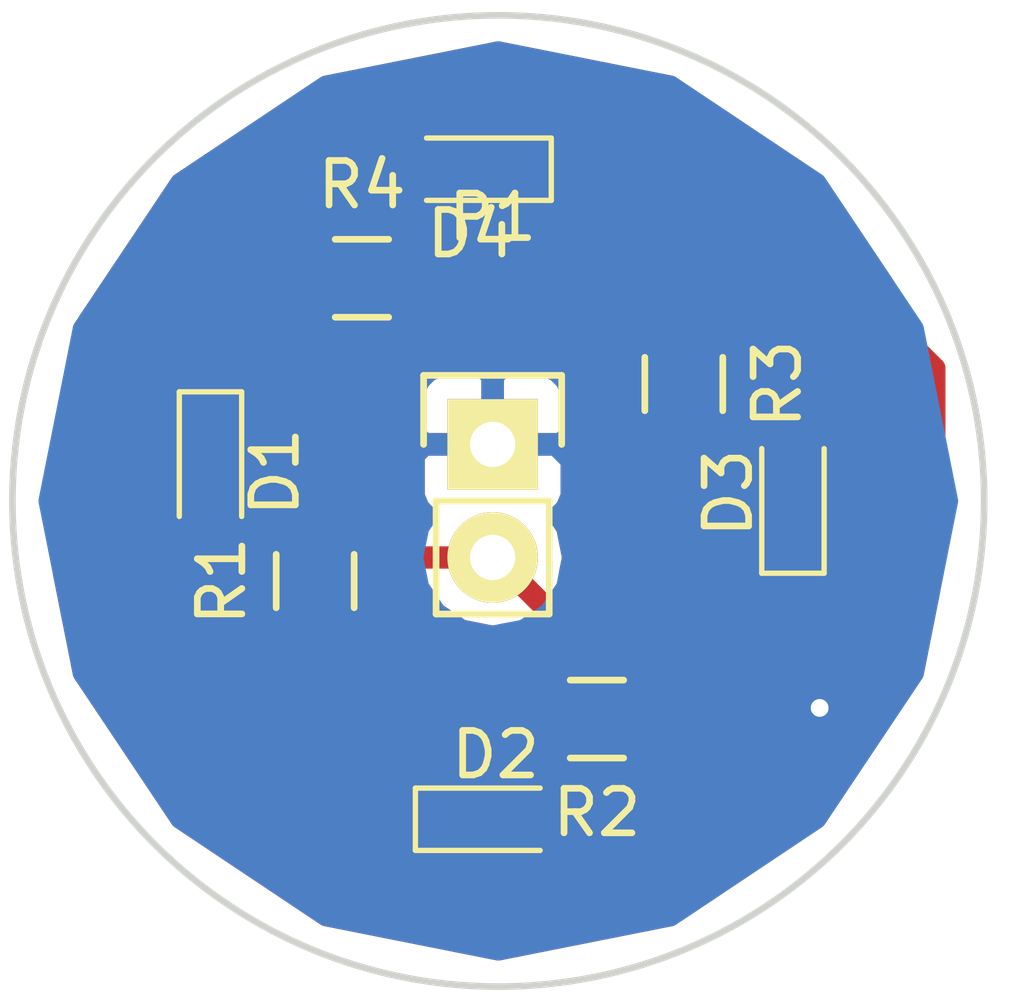
<source format=kicad_pcb>
(kicad_pcb (version 20170123) (host pcbnew no-vcs-found-7545~57~ubuntu16.04.1)

  (general
    (links 12)
    (no_connects 0)
    (area 29.403776 16.068776 51.368224 38.033224)
    (thickness 1.6)
    (drawings 1)
    (tracks 24)
    (zones 0)
    (modules 9)
    (nets 7)
  )

  (page A4)
  (title_block
    (title "Round PCB Example")
    (date 2017-02-02)
    (rev 0.1)
    (company "Amitesh Singh")
  )

  (layers
    (0 F.Cu signal)
    (31 B.Cu signal)
    (32 B.Adhes user)
    (33 F.Adhes user)
    (34 B.Paste user)
    (35 F.Paste user)
    (36 B.SilkS user)
    (37 F.SilkS user)
    (38 B.Mask user)
    (39 F.Mask user)
    (40 Dwgs.User user)
    (41 Cmts.User user)
    (42 Eco1.User user)
    (43 Eco2.User user)
    (44 Edge.Cuts user)
    (45 Margin user)
    (46 B.CrtYd user)
    (47 F.CrtYd user)
    (48 B.Fab user)
    (49 F.Fab user)
  )

  (setup
    (last_trace_width 0.25)
    (trace_clearance 0.2)
    (zone_clearance 0.508)
    (zone_45_only no)
    (trace_min 0.2)
    (segment_width 0.2)
    (edge_width 0.15)
    (via_size 0.8)
    (via_drill 0.4)
    (via_min_size 0.4)
    (via_min_drill 0.3)
    (uvia_size 0.3)
    (uvia_drill 0.1)
    (uvias_allowed no)
    (uvia_min_size 0.2)
    (uvia_min_drill 0.1)
    (pcb_text_width 0.3)
    (pcb_text_size 1.5 1.5)
    (mod_edge_width 0.15)
    (mod_text_size 1 1)
    (mod_text_width 0.15)
    (pad_size 1.524 1.524)
    (pad_drill 0.762)
    (pad_to_mask_clearance 0.2)
    (aux_axis_origin 0 0)
    (visible_elements FFFFF77F)
    (pcbplotparams
      (layerselection 0x00030_ffffffff)
      (usegerberextensions false)
      (excludeedgelayer true)
      (linewidth 0.100000)
      (plotframeref false)
      (viasonmask false)
      (mode 1)
      (useauxorigin false)
      (hpglpennumber 1)
      (hpglpenspeed 20)
      (hpglpendiameter 15)
      (psnegative false)
      (psa4output false)
      (plotreference true)
      (plotvalue true)
      (plotinvisibletext false)
      (padsonsilk false)
      (subtractmaskfromsilk false)
      (outputformat 1)
      (mirror false)
      (drillshape 1)
      (scaleselection 1)
      (outputdirectory ""))
  )

  (net 0 "")
  (net 1 "Net-(D1-Pad2)")
  (net 2 GND)
  (net 3 "Net-(D2-Pad2)")
  (net 4 "Net-(D3-Pad2)")
  (net 5 "Net-(D4-Pad2)")
  (net 6 VCC)

  (net_class Default "This is the default net class."
    (clearance 0.2)
    (trace_width 0.25)
    (via_dia 0.8)
    (via_drill 0.4)
    (uvia_dia 0.3)
    (uvia_drill 0.1)
    (add_net "Net-(D1-Pad2)")
    (add_net "Net-(D2-Pad2)")
    (add_net "Net-(D3-Pad2)")
    (add_net "Net-(D4-Pad2)")
  )

  (net_class power ""
    (clearance 0.3)
    (trace_width 0.5)
    (via_dia 0.8)
    (via_drill 0.4)
    (uvia_dia 0.3)
    (uvia_drill 0.1)
    (add_net GND)
    (add_net VCC)
  )

  (module LEDs:LED_0805 (layer F.Cu) (tedit 57FE93EC) (tstamp 58923117)
    (at 33.925 26.4 270)
    (descr "LED 0805 smd package")
    (tags "LED led 0805 SMD smd SMT smt smdled SMDLED smtled SMTLED")
    (path /58922E2D)
    (attr smd)
    (fp_text reference D1 (at 0 -1.45 270) (layer F.SilkS)
      (effects (font (size 1 1) (thickness 0.15)))
    )
    (fp_text value LED (at 0 1.55 270) (layer F.Fab)
      (effects (font (size 1 1) (thickness 0.15)))
    )
    (fp_line (start -1.8 -0.7) (end -1.8 0.7) (layer F.SilkS) (width 0.12))
    (fp_line (start -0.4 -0.4) (end -0.4 0.4) (layer F.Fab) (width 0.1))
    (fp_line (start -0.4 0) (end 0.2 -0.4) (layer F.Fab) (width 0.1))
    (fp_line (start 0.2 0.4) (end -0.4 0) (layer F.Fab) (width 0.1))
    (fp_line (start 0.2 -0.4) (end 0.2 0.4) (layer F.Fab) (width 0.1))
    (fp_line (start 1 0.6) (end -1 0.6) (layer F.Fab) (width 0.1))
    (fp_line (start 1 -0.6) (end 1 0.6) (layer F.Fab) (width 0.1))
    (fp_line (start -1 -0.6) (end 1 -0.6) (layer F.Fab) (width 0.1))
    (fp_line (start -1 0.6) (end -1 -0.6) (layer F.Fab) (width 0.1))
    (fp_line (start -1.8 0.7) (end 1 0.7) (layer F.SilkS) (width 0.12))
    (fp_line (start -1.8 -0.7) (end 1 -0.7) (layer F.SilkS) (width 0.12))
    (fp_line (start 1.95 -0.85) (end 1.95 0.85) (layer F.CrtYd) (width 0.05))
    (fp_line (start 1.95 0.85) (end -1.95 0.85) (layer F.CrtYd) (width 0.05))
    (fp_line (start -1.95 0.85) (end -1.95 -0.85) (layer F.CrtYd) (width 0.05))
    (fp_line (start -1.95 -0.85) (end 1.95 -0.85) (layer F.CrtYd) (width 0.05))
    (pad 2 smd rect (at 1.1 0 90) (size 1.2 1.2) (layers F.Cu F.Paste F.Mask)
      (net 1 "Net-(D1-Pad2)"))
    (pad 1 smd rect (at -1.1 0 90) (size 1.2 1.2) (layers F.Cu F.Paste F.Mask)
      (net 2 GND))
    (model LEDs.3dshapes/LED_0805.wrl
      (at (xyz 0 0 0))
      (scale (xyz 1 1 1))
      (rotate (xyz 0 0 180))
    )
  )

  (module LEDs:LED_0805 (layer F.Cu) (tedit 57FE93EC) (tstamp 5892311D)
    (at 40.325 34.2)
    (descr "LED 0805 smd package")
    (tags "LED led 0805 SMD smd SMT smt smdled SMDLED smtled SMTLED")
    (path /58922EA5)
    (attr smd)
    (fp_text reference D2 (at 0 -1.45) (layer F.SilkS)
      (effects (font (size 1 1) (thickness 0.15)))
    )
    (fp_text value LED (at 0 1.55) (layer F.Fab)
      (effects (font (size 1 1) (thickness 0.15)))
    )
    (fp_line (start -1.95 -0.85) (end 1.95 -0.85) (layer F.CrtYd) (width 0.05))
    (fp_line (start -1.95 0.85) (end -1.95 -0.85) (layer F.CrtYd) (width 0.05))
    (fp_line (start 1.95 0.85) (end -1.95 0.85) (layer F.CrtYd) (width 0.05))
    (fp_line (start 1.95 -0.85) (end 1.95 0.85) (layer F.CrtYd) (width 0.05))
    (fp_line (start -1.8 -0.7) (end 1 -0.7) (layer F.SilkS) (width 0.12))
    (fp_line (start -1.8 0.7) (end 1 0.7) (layer F.SilkS) (width 0.12))
    (fp_line (start -1 0.6) (end -1 -0.6) (layer F.Fab) (width 0.1))
    (fp_line (start -1 -0.6) (end 1 -0.6) (layer F.Fab) (width 0.1))
    (fp_line (start 1 -0.6) (end 1 0.6) (layer F.Fab) (width 0.1))
    (fp_line (start 1 0.6) (end -1 0.6) (layer F.Fab) (width 0.1))
    (fp_line (start 0.2 -0.4) (end 0.2 0.4) (layer F.Fab) (width 0.1))
    (fp_line (start 0.2 0.4) (end -0.4 0) (layer F.Fab) (width 0.1))
    (fp_line (start -0.4 0) (end 0.2 -0.4) (layer F.Fab) (width 0.1))
    (fp_line (start -0.4 -0.4) (end -0.4 0.4) (layer F.Fab) (width 0.1))
    (fp_line (start -1.8 -0.7) (end -1.8 0.7) (layer F.SilkS) (width 0.12))
    (pad 1 smd rect (at -1.1 0 180) (size 1.2 1.2) (layers F.Cu F.Paste F.Mask)
      (net 2 GND))
    (pad 2 smd rect (at 1.1 0 180) (size 1.2 1.2) (layers F.Cu F.Paste F.Mask)
      (net 3 "Net-(D2-Pad2)"))
    (model LEDs.3dshapes/LED_0805.wrl
      (at (xyz 0 0 0))
      (scale (xyz 1 1 1))
      (rotate (xyz 0 0 180))
    )
  )

  (module LEDs:LED_0805 (layer F.Cu) (tedit 57FE93EC) (tstamp 58923123)
    (at 47 26.875 90)
    (descr "LED 0805 smd package")
    (tags "LED led 0805 SMD smd SMT smt smdled SMDLED smtled SMTLED")
    (path /58922EC7)
    (attr smd)
    (fp_text reference D3 (at 0 -1.45 90) (layer F.SilkS)
      (effects (font (size 1 1) (thickness 0.15)))
    )
    (fp_text value LED (at 0 1.55 90) (layer F.Fab)
      (effects (font (size 1 1) (thickness 0.15)))
    )
    (fp_line (start -1.8 -0.7) (end -1.8 0.7) (layer F.SilkS) (width 0.12))
    (fp_line (start -0.4 -0.4) (end -0.4 0.4) (layer F.Fab) (width 0.1))
    (fp_line (start -0.4 0) (end 0.2 -0.4) (layer F.Fab) (width 0.1))
    (fp_line (start 0.2 0.4) (end -0.4 0) (layer F.Fab) (width 0.1))
    (fp_line (start 0.2 -0.4) (end 0.2 0.4) (layer F.Fab) (width 0.1))
    (fp_line (start 1 0.6) (end -1 0.6) (layer F.Fab) (width 0.1))
    (fp_line (start 1 -0.6) (end 1 0.6) (layer F.Fab) (width 0.1))
    (fp_line (start -1 -0.6) (end 1 -0.6) (layer F.Fab) (width 0.1))
    (fp_line (start -1 0.6) (end -1 -0.6) (layer F.Fab) (width 0.1))
    (fp_line (start -1.8 0.7) (end 1 0.7) (layer F.SilkS) (width 0.12))
    (fp_line (start -1.8 -0.7) (end 1 -0.7) (layer F.SilkS) (width 0.12))
    (fp_line (start 1.95 -0.85) (end 1.95 0.85) (layer F.CrtYd) (width 0.05))
    (fp_line (start 1.95 0.85) (end -1.95 0.85) (layer F.CrtYd) (width 0.05))
    (fp_line (start -1.95 0.85) (end -1.95 -0.85) (layer F.CrtYd) (width 0.05))
    (fp_line (start -1.95 -0.85) (end 1.95 -0.85) (layer F.CrtYd) (width 0.05))
    (pad 2 smd rect (at 1.1 0 270) (size 1.2 1.2) (layers F.Cu F.Paste F.Mask)
      (net 4 "Net-(D3-Pad2)"))
    (pad 1 smd rect (at -1.1 0 270) (size 1.2 1.2) (layers F.Cu F.Paste F.Mask)
      (net 2 GND))
    (model LEDs.3dshapes/LED_0805.wrl
      (at (xyz 0 0 0))
      (scale (xyz 1 1 1))
      (rotate (xyz 0 0 180))
    )
  )

  (module LEDs:LED_0805 (layer F.Cu) (tedit 57FE93EC) (tstamp 58923129)
    (at 39.775 19.6 180)
    (descr "LED 0805 smd package")
    (tags "LED led 0805 SMD smd SMT smt smdled SMDLED smtled SMTLED")
    (path /58922EEA)
    (attr smd)
    (fp_text reference D4 (at 0 -1.45 180) (layer F.SilkS)
      (effects (font (size 1 1) (thickness 0.15)))
    )
    (fp_text value LED (at 0 1.55 180) (layer F.Fab)
      (effects (font (size 1 1) (thickness 0.15)))
    )
    (fp_line (start -1.95 -0.85) (end 1.95 -0.85) (layer F.CrtYd) (width 0.05))
    (fp_line (start -1.95 0.85) (end -1.95 -0.85) (layer F.CrtYd) (width 0.05))
    (fp_line (start 1.95 0.85) (end -1.95 0.85) (layer F.CrtYd) (width 0.05))
    (fp_line (start 1.95 -0.85) (end 1.95 0.85) (layer F.CrtYd) (width 0.05))
    (fp_line (start -1.8 -0.7) (end 1 -0.7) (layer F.SilkS) (width 0.12))
    (fp_line (start -1.8 0.7) (end 1 0.7) (layer F.SilkS) (width 0.12))
    (fp_line (start -1 0.6) (end -1 -0.6) (layer F.Fab) (width 0.1))
    (fp_line (start -1 -0.6) (end 1 -0.6) (layer F.Fab) (width 0.1))
    (fp_line (start 1 -0.6) (end 1 0.6) (layer F.Fab) (width 0.1))
    (fp_line (start 1 0.6) (end -1 0.6) (layer F.Fab) (width 0.1))
    (fp_line (start 0.2 -0.4) (end 0.2 0.4) (layer F.Fab) (width 0.1))
    (fp_line (start 0.2 0.4) (end -0.4 0) (layer F.Fab) (width 0.1))
    (fp_line (start -0.4 0) (end 0.2 -0.4) (layer F.Fab) (width 0.1))
    (fp_line (start -0.4 -0.4) (end -0.4 0.4) (layer F.Fab) (width 0.1))
    (fp_line (start -1.8 -0.7) (end -1.8 0.7) (layer F.SilkS) (width 0.12))
    (pad 1 smd rect (at -1.1 0) (size 1.2 1.2) (layers F.Cu F.Paste F.Mask)
      (net 2 GND))
    (pad 2 smd rect (at 1.1 0) (size 1.2 1.2) (layers F.Cu F.Paste F.Mask)
      (net 5 "Net-(D4-Pad2)"))
    (model LEDs.3dshapes/LED_0805.wrl
      (at (xyz 0 0 0))
      (scale (xyz 1 1 1))
      (rotate (xyz 0 0 180))
    )
  )

  (module Pin_Headers:Pin_Header_Straight_1x02 (layer F.Cu) (tedit 5800E964) (tstamp 5892312F)
    (at 40.259 25.781)
    (descr "Through hole pin header")
    (tags "pin header")
    (path /58923D4E)
    (fp_text reference P1 (at 0 -5.1) (layer F.SilkS)
      (effects (font (size 1 1) (thickness 0.15)))
    )
    (fp_text value CONN_01X02 (at 0 -3.1) (layer F.Fab)
      (effects (font (size 1 1) (thickness 0.15)))
    )
    (fp_line (start -1.27 3.81) (end 1.27 3.81) (layer F.SilkS) (width 0.15))
    (fp_line (start -1.27 1.27) (end -1.27 3.81) (layer F.SilkS) (width 0.15))
    (fp_line (start -1.55 -1.55) (end 1.55 -1.55) (layer F.SilkS) (width 0.15))
    (fp_line (start -1.55 0) (end -1.55 -1.55) (layer F.SilkS) (width 0.15))
    (fp_line (start 1.27 1.27) (end -1.27 1.27) (layer F.SilkS) (width 0.15))
    (fp_line (start -1.75 4.3) (end 1.75 4.3) (layer F.CrtYd) (width 0.05))
    (fp_line (start -1.75 -1.75) (end 1.75 -1.75) (layer F.CrtYd) (width 0.05))
    (fp_line (start 1.75 -1.75) (end 1.75 4.3) (layer F.CrtYd) (width 0.05))
    (fp_line (start -1.75 -1.75) (end -1.75 4.3) (layer F.CrtYd) (width 0.05))
    (fp_line (start 1.55 -1.55) (end 1.55 0) (layer F.SilkS) (width 0.15))
    (fp_line (start 1.27 1.27) (end 1.27 3.81) (layer F.SilkS) (width 0.15))
    (pad 1 thru_hole rect (at 0 0) (size 2.032 2.032) (drill 1.016) (layers *.Cu *.Mask F.SilkS)
      (net 2 GND))
    (pad 2 thru_hole oval (at 0 2.54) (size 2.032 2.032) (drill 1.016) (layers *.Cu *.Mask F.SilkS)
      (net 6 VCC))
    (model Pin_Headers.3dshapes/Pin_Header_Straight_1x02.wrl
      (at (xyz 0 -0.05 0))
      (scale (xyz 1 1 1))
      (rotate (xyz 0 0 90))
    )
  )

  (module Resistors_SMD:R_0805_HandSoldering (layer F.Cu) (tedit 58307B90) (tstamp 58923135)
    (at 36.275 28.85 90)
    (descr "Resistor SMD 0805, hand soldering")
    (tags "resistor 0805")
    (path /58922F5C)
    (attr smd)
    (fp_text reference R1 (at 0 -2.1 90) (layer F.SilkS)
      (effects (font (size 1 1) (thickness 0.15)))
    )
    (fp_text value R (at 0 2.1 90) (layer F.Fab)
      (effects (font (size 1 1) (thickness 0.15)))
    )
    (fp_line (start -1 0.625) (end -1 -0.625) (layer F.Fab) (width 0.1))
    (fp_line (start 1 0.625) (end -1 0.625) (layer F.Fab) (width 0.1))
    (fp_line (start 1 -0.625) (end 1 0.625) (layer F.Fab) (width 0.1))
    (fp_line (start -1 -0.625) (end 1 -0.625) (layer F.Fab) (width 0.1))
    (fp_line (start -2.4 -1) (end 2.4 -1) (layer F.CrtYd) (width 0.05))
    (fp_line (start -2.4 1) (end 2.4 1) (layer F.CrtYd) (width 0.05))
    (fp_line (start -2.4 -1) (end -2.4 1) (layer F.CrtYd) (width 0.05))
    (fp_line (start 2.4 -1) (end 2.4 1) (layer F.CrtYd) (width 0.05))
    (fp_line (start 0.6 0.875) (end -0.6 0.875) (layer F.SilkS) (width 0.15))
    (fp_line (start -0.6 -0.875) (end 0.6 -0.875) (layer F.SilkS) (width 0.15))
    (pad 1 smd rect (at -1.35 0 90) (size 1.5 1.3) (layers F.Cu F.Paste F.Mask)
      (net 6 VCC))
    (pad 2 smd rect (at 1.35 0 90) (size 1.5 1.3) (layers F.Cu F.Paste F.Mask)
      (net 1 "Net-(D1-Pad2)"))
    (model Resistors_SMD.3dshapes/R_0805_HandSoldering.wrl
      (at (xyz 0 0 0))
      (scale (xyz 1 1 1))
      (rotate (xyz 0 0 0))
    )
  )

  (module Resistors_SMD:R_0805_HandSoldering (layer F.Cu) (tedit 58307B90) (tstamp 5892313B)
    (at 42.6 31.95 180)
    (descr "Resistor SMD 0805, hand soldering")
    (tags "resistor 0805")
    (path /58922FD1)
    (attr smd)
    (fp_text reference R2 (at 0 -2.1 180) (layer F.SilkS)
      (effects (font (size 1 1) (thickness 0.15)))
    )
    (fp_text value R (at 0 2.1 180) (layer F.Fab)
      (effects (font (size 1 1) (thickness 0.15)))
    )
    (fp_line (start -0.6 -0.875) (end 0.6 -0.875) (layer F.SilkS) (width 0.15))
    (fp_line (start 0.6 0.875) (end -0.6 0.875) (layer F.SilkS) (width 0.15))
    (fp_line (start 2.4 -1) (end 2.4 1) (layer F.CrtYd) (width 0.05))
    (fp_line (start -2.4 -1) (end -2.4 1) (layer F.CrtYd) (width 0.05))
    (fp_line (start -2.4 1) (end 2.4 1) (layer F.CrtYd) (width 0.05))
    (fp_line (start -2.4 -1) (end 2.4 -1) (layer F.CrtYd) (width 0.05))
    (fp_line (start -1 -0.625) (end 1 -0.625) (layer F.Fab) (width 0.1))
    (fp_line (start 1 -0.625) (end 1 0.625) (layer F.Fab) (width 0.1))
    (fp_line (start 1 0.625) (end -1 0.625) (layer F.Fab) (width 0.1))
    (fp_line (start -1 0.625) (end -1 -0.625) (layer F.Fab) (width 0.1))
    (pad 2 smd rect (at 1.35 0 180) (size 1.5 1.3) (layers F.Cu F.Paste F.Mask)
      (net 3 "Net-(D2-Pad2)"))
    (pad 1 smd rect (at -1.35 0 180) (size 1.5 1.3) (layers F.Cu F.Paste F.Mask)
      (net 6 VCC))
    (model Resistors_SMD.3dshapes/R_0805_HandSoldering.wrl
      (at (xyz 0 0 0))
      (scale (xyz 1 1 1))
      (rotate (xyz 0 0 0))
    )
  )

  (module Resistors_SMD:R_0805_HandSoldering (layer F.Cu) (tedit 58307B90) (tstamp 58923141)
    (at 44.55 24.425 270)
    (descr "Resistor SMD 0805, hand soldering")
    (tags "resistor 0805")
    (path /58922FFB)
    (attr smd)
    (fp_text reference R3 (at 0 -2.1 270) (layer F.SilkS)
      (effects (font (size 1 1) (thickness 0.15)))
    )
    (fp_text value R (at 0 2.1 270) (layer F.Fab)
      (effects (font (size 1 1) (thickness 0.15)))
    )
    (fp_line (start -1 0.625) (end -1 -0.625) (layer F.Fab) (width 0.1))
    (fp_line (start 1 0.625) (end -1 0.625) (layer F.Fab) (width 0.1))
    (fp_line (start 1 -0.625) (end 1 0.625) (layer F.Fab) (width 0.1))
    (fp_line (start -1 -0.625) (end 1 -0.625) (layer F.Fab) (width 0.1))
    (fp_line (start -2.4 -1) (end 2.4 -1) (layer F.CrtYd) (width 0.05))
    (fp_line (start -2.4 1) (end 2.4 1) (layer F.CrtYd) (width 0.05))
    (fp_line (start -2.4 -1) (end -2.4 1) (layer F.CrtYd) (width 0.05))
    (fp_line (start 2.4 -1) (end 2.4 1) (layer F.CrtYd) (width 0.05))
    (fp_line (start 0.6 0.875) (end -0.6 0.875) (layer F.SilkS) (width 0.15))
    (fp_line (start -0.6 -0.875) (end 0.6 -0.875) (layer F.SilkS) (width 0.15))
    (pad 1 smd rect (at -1.35 0 270) (size 1.5 1.3) (layers F.Cu F.Paste F.Mask)
      (net 6 VCC))
    (pad 2 smd rect (at 1.35 0 270) (size 1.5 1.3) (layers F.Cu F.Paste F.Mask)
      (net 4 "Net-(D3-Pad2)"))
    (model Resistors_SMD.3dshapes/R_0805_HandSoldering.wrl
      (at (xyz 0 0 0))
      (scale (xyz 1 1 1))
      (rotate (xyz 0 0 0))
    )
  )

  (module Resistors_SMD:R_0805_HandSoldering (layer F.Cu) (tedit 58307B90) (tstamp 58923147)
    (at 37.325 22.05)
    (descr "Resistor SMD 0805, hand soldering")
    (tags "resistor 0805")
    (path /5892302E)
    (attr smd)
    (fp_text reference R4 (at 0 -2.1) (layer F.SilkS)
      (effects (font (size 1 1) (thickness 0.15)))
    )
    (fp_text value R (at 0 2.1) (layer F.Fab)
      (effects (font (size 1 1) (thickness 0.15)))
    )
    (fp_line (start -0.6 -0.875) (end 0.6 -0.875) (layer F.SilkS) (width 0.15))
    (fp_line (start 0.6 0.875) (end -0.6 0.875) (layer F.SilkS) (width 0.15))
    (fp_line (start 2.4 -1) (end 2.4 1) (layer F.CrtYd) (width 0.05))
    (fp_line (start -2.4 -1) (end -2.4 1) (layer F.CrtYd) (width 0.05))
    (fp_line (start -2.4 1) (end 2.4 1) (layer F.CrtYd) (width 0.05))
    (fp_line (start -2.4 -1) (end 2.4 -1) (layer F.CrtYd) (width 0.05))
    (fp_line (start -1 -0.625) (end 1 -0.625) (layer F.Fab) (width 0.1))
    (fp_line (start 1 -0.625) (end 1 0.625) (layer F.Fab) (width 0.1))
    (fp_line (start 1 0.625) (end -1 0.625) (layer F.Fab) (width 0.1))
    (fp_line (start -1 0.625) (end -1 -0.625) (layer F.Fab) (width 0.1))
    (pad 2 smd rect (at 1.35 0) (size 1.5 1.3) (layers F.Cu F.Paste F.Mask)
      (net 5 "Net-(D4-Pad2)"))
    (pad 1 smd rect (at -1.35 0) (size 1.5 1.3) (layers F.Cu F.Paste F.Mask)
      (net 6 VCC))
    (model Resistors_SMD.3dshapes/R_0805_HandSoldering.wrl
      (at (xyz 0 0 0))
      (scale (xyz 1 1 1))
      (rotate (xyz 0 0 0))
    )
  )

  (gr_circle (center 40.386 27.051) (end 35.306 17.399) (layer Edge.Cuts) (width 0.15))

  (segment (start 33.925 27.5) (end 36.275 27.5) (width 0.25) (layer F.Cu) (net 1))
  (segment (start 40.259 25.781) (end 41.681 25.781) (width 0.5) (layer B.Cu) (net 2))
  (segment (start 47.6 31.7) (end 49.05 31.7) (width 0.5) (layer F.Cu) (net 2) (tstamp 5892ABA2))
  (via (at 47.6 31.7) (size 0.8) (drill 0.4) (layers F.Cu B.Cu) (net 2))
  (segment (start 41.681 25.781) (end 47.6 31.7) (width 0.5) (layer B.Cu) (net 2) (tstamp 5892AB8F))
  (segment (start 41.25 31.95) (end 41.25 34.025) (width 0.25) (layer F.Cu) (net 3))
  (segment (start 41.25 34.025) (end 41.425 34.2) (width 0.25) (layer F.Cu) (net 3) (tstamp 589237ED))
  (segment (start 44.55 25.775) (end 47 25.775) (width 0.25) (layer F.Cu) (net 4))
  (segment (start 38.675 22.05) (end 38.675 19.6) (width 0.25) (layer F.Cu) (net 5))
  (segment (start 35.975 22.05) (end 33.25 22.05) (width 0.5) (layer F.Cu) (net 6))
  (segment (start 33.175 30.2) (end 36.275 30.2) (width 0.5) (layer F.Cu) (net 6) (tstamp 589237DA))
  (segment (start 31.325 28.35) (end 33.175 30.2) (width 0.5) (layer F.Cu) (net 6) (tstamp 589237D8))
  (segment (start 31.325 23.975) (end 31.325 28.35) (width 0.5) (layer F.Cu) (net 6) (tstamp 589237D6))
  (segment (start 33.25 22.05) (end 31.325 23.975) (width 0.5) (layer F.Cu) (net 6) (tstamp 589237D2))
  (segment (start 44.55 23.075) (end 49.175 23.075) (width 0.5) (layer F.Cu) (net 6))
  (segment (start 47.85 30.125) (end 42.125 30.125) (width 0.5) (layer F.Cu) (net 6) (tstamp 589237A6))
  (segment (start 50.175 27.8) (end 47.85 30.125) (width 0.5) (layer F.Cu) (net 6) (tstamp 5892379E))
  (segment (start 50.175 24.075) (end 50.175 27.8) (width 0.5) (layer F.Cu) (net 6) (tstamp 5892379A))
  (segment (start 49.175 23.075) (end 50.175 24.075) (width 0.5) (layer F.Cu) (net 6) (tstamp 58923797))
  (segment (start 40.259 28.321) (end 38.154 28.321) (width 0.5) (layer F.Cu) (net 6))
  (segment (start 38.154 28.321) (end 36.275 30.2) (width 0.5) (layer F.Cu) (net 6) (tstamp 5892373C))
  (segment (start 40.259 28.321) (end 40.321 28.321) (width 0.5) (layer F.Cu) (net 6))
  (segment (start 40.321 28.321) (end 42.125 30.125) (width 0.5) (layer F.Cu) (net 6) (tstamp 5892372E))
  (segment (start 42.125 30.125) (end 43.95 31.95) (width 0.5) (layer F.Cu) (net 6) (tstamp 589237AB))

  (zone (net 2) (net_name GND) (layer F.Cu) (tstamp 58923805) (hatch edge 0.508)
    (connect_pads (clearance 0.508))
    (min_thickness 0.254)
    (fill yes (arc_segments 16) (thermal_gap 0.508) (thermal_bridge_width 0.508))
    (polygon
      (pts
        (xy 29.2 15.8) (xy 52.2 15.8) (xy 52.2 38.3) (xy 29.3 37.8)
      )
    )
    (filled_polygon
      (pts
        (xy 30.583462 28.80256) (xy 30.69921 28.97579) (xy 32.549208 30.825787) (xy 32.54921 30.82579) (xy 32.824901 31.01)
        (xy 32.836325 31.017633) (xy 33.175 31.085001) (xy 33.175005 31.085) (xy 35.004413 31.085) (xy 35.026843 31.197765)
        (xy 35.167191 31.407809) (xy 35.377235 31.548157) (xy 35.625 31.59744) (xy 36.925 31.59744) (xy 37.172765 31.548157)
        (xy 37.382809 31.407809) (xy 37.523157 31.197765) (xy 37.57244 30.95) (xy 37.57244 30.15414) (xy 38.520579 29.206)
        (xy 38.870506 29.206) (xy 39.059222 29.488433) (xy 39.594845 29.846325) (xy 40.226655 29.972) (xy 40.291345 29.972)
        (xy 40.649232 29.900812) (xy 41.400981 30.65256) (xy 40.5 30.65256) (xy 40.252235 30.701843) (xy 40.042191 30.842191)
        (xy 39.901843 31.052235) (xy 39.85256 31.3) (xy 39.85256 32.6) (xy 39.901843 32.847765) (xy 39.991225 32.981534)
        (xy 39.951309 32.965) (xy 39.51075 32.965) (xy 39.352 33.12375) (xy 39.352 34.073) (xy 39.372 34.073)
        (xy 39.372 34.327) (xy 39.352 34.327) (xy 39.352 35.27625) (xy 39.51075 35.435) (xy 39.951309 35.435)
        (xy 40.184698 35.338327) (xy 40.326346 35.19668) (xy 40.367191 35.257809) (xy 40.577235 35.398157) (xy 40.825 35.44744)
        (xy 42.025 35.44744) (xy 42.272765 35.398157) (xy 42.482809 35.257809) (xy 42.623157 35.047765) (xy 42.67244 34.8)
        (xy 42.67244 33.6) (xy 42.623157 33.352235) (xy 42.482809 33.142191) (xy 42.407166 33.091648) (xy 42.457809 33.057809)
        (xy 42.598157 32.847765) (xy 42.6 32.8385) (xy 42.601843 32.847765) (xy 42.742191 33.057809) (xy 42.952235 33.198157)
        (xy 43.2 33.24744) (xy 44.7 33.24744) (xy 44.947765 33.198157) (xy 45.157809 33.057809) (xy 45.298157 32.847765)
        (xy 45.34744 32.6) (xy 45.34744 31.3) (xy 45.298157 31.052235) (xy 45.269936 31.01) (xy 47.849995 31.01)
        (xy 47.85 31.010001) (xy 48.135008 30.953308) (xy 48.188675 30.942633) (xy 48.47579 30.75079) (xy 50.187837 29.038743)
        (xy 49.807006 30.953308) (xy 47.596526 34.261526) (xy 44.288308 36.472006) (xy 40.386 37.248223) (xy 36.483692 36.472006)
        (xy 33.51105 34.48575) (xy 37.99 34.48575) (xy 37.99 34.92631) (xy 38.086673 35.159699) (xy 38.265302 35.338327)
        (xy 38.498691 35.435) (xy 38.93925 35.435) (xy 39.098 35.27625) (xy 39.098 34.327) (xy 38.14875 34.327)
        (xy 37.99 34.48575) (xy 33.51105 34.48575) (xy 33.175474 34.261526) (xy 32.649059 33.47369) (xy 37.99 33.47369)
        (xy 37.99 33.91425) (xy 38.14875 34.073) (xy 39.098 34.073) (xy 39.098 33.12375) (xy 38.93925 32.965)
        (xy 38.498691 32.965) (xy 38.265302 33.061673) (xy 38.086673 33.240301) (xy 37.99 33.47369) (xy 32.649059 33.47369)
        (xy 30.964994 30.953308) (xy 30.517567 28.703941)
      )
    )
    (filled_polygon
      (pts
        (xy 44.288308 17.629994) (xy 47.596526 19.840474) (xy 49.166429 22.19) (xy 45.820587 22.19) (xy 45.798157 22.077235)
        (xy 45.657809 21.867191) (xy 45.447765 21.726843) (xy 45.2 21.67756) (xy 43.9 21.67756) (xy 43.652235 21.726843)
        (xy 43.442191 21.867191) (xy 43.301843 22.077235) (xy 43.25256 22.325) (xy 43.25256 23.825) (xy 43.301843 24.072765)
        (xy 43.442191 24.282809) (xy 43.652235 24.423157) (xy 43.6615 24.425) (xy 43.652235 24.426843) (xy 43.442191 24.567191)
        (xy 43.301843 24.777235) (xy 43.25256 25.025) (xy 43.25256 26.525) (xy 43.301843 26.772765) (xy 43.442191 26.982809)
        (xy 43.652235 27.123157) (xy 43.9 27.17244) (xy 45.2 27.17244) (xy 45.447765 27.123157) (xy 45.657809 26.982809)
        (xy 45.798157 26.772765) (xy 45.821995 26.652924) (xy 45.942191 26.832809) (xy 46.00332 26.873654) (xy 45.861673 27.015302)
        (xy 45.765 27.248691) (xy 45.765 27.68925) (xy 45.92375 27.848) (xy 46.873 27.848) (xy 46.873 27.828)
        (xy 47.127 27.828) (xy 47.127 27.848) (xy 48.07625 27.848) (xy 48.235 27.68925) (xy 48.235 27.248691)
        (xy 48.138327 27.015302) (xy 47.99668 26.873654) (xy 48.057809 26.832809) (xy 48.198157 26.622765) (xy 48.24744 26.375)
        (xy 48.24744 25.175) (xy 48.198157 24.927235) (xy 48.057809 24.717191) (xy 47.847765 24.576843) (xy 47.6 24.52756)
        (xy 46.4 24.52756) (xy 46.152235 24.576843) (xy 45.942191 24.717191) (xy 45.821995 24.897076) (xy 45.798157 24.777235)
        (xy 45.657809 24.567191) (xy 45.447765 24.426843) (xy 45.4385 24.425) (xy 45.447765 24.423157) (xy 45.657809 24.282809)
        (xy 45.798157 24.072765) (xy 45.820587 23.96) (xy 48.80842 23.96) (xy 49.29 24.441579) (xy 49.29 27.433421)
        (xy 48.235 28.48842) (xy 48.235 28.26075) (xy 48.07625 28.102) (xy 47.127 28.102) (xy 47.127 29.05125)
        (xy 47.28575 29.21) (xy 47.51342 29.21) (xy 47.48342 29.24) (xy 42.491579 29.24) (xy 41.880997 28.629417)
        (xy 41.942345 28.321) (xy 41.930361 28.26075) (xy 45.765 28.26075) (xy 45.765 28.701309) (xy 45.861673 28.934698)
        (xy 46.040301 29.113327) (xy 46.27369 29.21) (xy 46.71425 29.21) (xy 46.873 29.05125) (xy 46.873 28.102)
        (xy 45.92375 28.102) (xy 45.765 28.26075) (xy 41.930361 28.26075) (xy 41.81667 27.68919) (xy 41.592034 27.352999)
        (xy 41.634698 27.335327) (xy 41.813327 27.156699) (xy 41.91 26.92331) (xy 41.91 26.06675) (xy 41.75125 25.908)
        (xy 40.386 25.908) (xy 40.386 25.928) (xy 40.132 25.928) (xy 40.132 25.908) (xy 38.76675 25.908)
        (xy 38.608 26.06675) (xy 38.608 26.92331) (xy 38.704673 27.156699) (xy 38.883302 27.335327) (xy 38.925966 27.352999)
        (xy 38.870506 27.436) (xy 38.154005 27.436) (xy 38.154 27.435999) (xy 37.832252 27.5) (xy 37.815325 27.503367)
        (xy 37.57244 27.665657) (xy 37.57244 26.75) (xy 37.523157 26.502235) (xy 37.382809 26.292191) (xy 37.172765 26.151843)
        (xy 36.925 26.10256) (xy 35.625 26.10256) (xy 35.377235 26.151843) (xy 35.167191 26.292191) (xy 35.026843 26.502235)
        (xy 35.025945 26.506748) (xy 34.982809 26.442191) (xy 34.92168 26.401346) (xy 35.063327 26.259698) (xy 35.16 26.026309)
        (xy 35.16 25.58575) (xy 35.00125 25.427) (xy 34.052 25.427) (xy 34.052 25.447) (xy 33.798 25.447)
        (xy 33.798 25.427) (xy 32.84875 25.427) (xy 32.69 25.58575) (xy 32.69 26.026309) (xy 32.786673 26.259698)
        (xy 32.92832 26.401346) (xy 32.867191 26.442191) (xy 32.726843 26.652235) (xy 32.67756 26.9) (xy 32.67756 28.1)
        (xy 32.726843 28.347765) (xy 32.867191 28.557809) (xy 33.077235 28.698157) (xy 33.325 28.74744) (xy 34.525 28.74744)
        (xy 34.772765 28.698157) (xy 34.982809 28.557809) (xy 35.025945 28.493252) (xy 35.026843 28.497765) (xy 35.167191 28.707809)
        (xy 35.377235 28.848157) (xy 35.3865 28.85) (xy 35.377235 28.851843) (xy 35.167191 28.992191) (xy 35.026843 29.202235)
        (xy 35.004413 29.315) (xy 33.541579 29.315) (xy 32.21 27.98342) (xy 32.21 24.573691) (xy 32.69 24.573691)
        (xy 32.69 25.01425) (xy 32.84875 25.173) (xy 33.798 25.173) (xy 33.798 24.22375) (xy 34.052 24.22375)
        (xy 34.052 25.173) (xy 35.00125 25.173) (xy 35.16 25.01425) (xy 35.16 24.63869) (xy 38.608 24.63869)
        (xy 38.608 25.49525) (xy 38.76675 25.654) (xy 40.132 25.654) (xy 40.132 24.28875) (xy 40.386 24.28875)
        (xy 40.386 25.654) (xy 41.75125 25.654) (xy 41.91 25.49525) (xy 41.91 24.63869) (xy 41.813327 24.405301)
        (xy 41.634698 24.226673) (xy 41.401309 24.13) (xy 40.54475 24.13) (xy 40.386 24.28875) (xy 40.132 24.28875)
        (xy 39.97325 24.13) (xy 39.116691 24.13) (xy 38.883302 24.226673) (xy 38.704673 24.405301) (xy 38.608 24.63869)
        (xy 35.16 24.63869) (xy 35.16 24.573691) (xy 35.063327 24.340302) (xy 34.884699 24.161673) (xy 34.65131 24.065)
        (xy 34.21075 24.065) (xy 34.052 24.22375) (xy 33.798 24.22375) (xy 33.63925 24.065) (xy 33.19869 24.065)
        (xy 32.965301 24.161673) (xy 32.786673 24.340302) (xy 32.69 24.573691) (xy 32.21 24.573691) (xy 32.21 24.34158)
        (xy 33.616579 22.935) (xy 34.624304 22.935) (xy 34.626843 22.947765) (xy 34.767191 23.157809) (xy 34.977235 23.298157)
        (xy 35.225 23.34744) (xy 36.725 23.34744) (xy 36.972765 23.298157) (xy 37.182809 23.157809) (xy 37.323157 22.947765)
        (xy 37.325 22.9385) (xy 37.326843 22.947765) (xy 37.467191 23.157809) (xy 37.677235 23.298157) (xy 37.925 23.34744)
        (xy 39.425 23.34744) (xy 39.672765 23.298157) (xy 39.882809 23.157809) (xy 40.023157 22.947765) (xy 40.07244 22.7)
        (xy 40.07244 21.4) (xy 40.023157 21.152235) (xy 39.882809 20.942191) (xy 39.672765 20.801843) (xy 39.552924 20.778005)
        (xy 39.732809 20.657809) (xy 39.773654 20.59668) (xy 39.915302 20.738327) (xy 40.148691 20.835) (xy 40.58925 20.835)
        (xy 40.748 20.67625) (xy 40.748 19.727) (xy 41.002 19.727) (xy 41.002 20.67625) (xy 41.16075 20.835)
        (xy 41.601309 20.835) (xy 41.834698 20.738327) (xy 42.013327 20.559699) (xy 42.11 20.32631) (xy 42.11 19.88575)
        (xy 41.95125 19.727) (xy 41.002 19.727) (xy 40.748 19.727) (xy 40.728 19.727) (xy 40.728 19.473)
        (xy 40.748 19.473) (xy 40.748 18.52375) (xy 41.002 18.52375) (xy 41.002 19.473) (xy 41.95125 19.473)
        (xy 42.11 19.31425) (xy 42.11 18.87369) (xy 42.013327 18.640301) (xy 41.834698 18.461673) (xy 41.601309 18.365)
        (xy 41.16075 18.365) (xy 41.002 18.52375) (xy 40.748 18.52375) (xy 40.58925 18.365) (xy 40.148691 18.365)
        (xy 39.915302 18.461673) (xy 39.773654 18.60332) (xy 39.732809 18.542191) (xy 39.522765 18.401843) (xy 39.275 18.35256)
        (xy 38.075 18.35256) (xy 37.827235 18.401843) (xy 37.617191 18.542191) (xy 37.476843 18.752235) (xy 37.42756 19)
        (xy 37.42756 20.2) (xy 37.476843 20.447765) (xy 37.617191 20.657809) (xy 37.797076 20.778005) (xy 37.677235 20.801843)
        (xy 37.467191 20.942191) (xy 37.326843 21.152235) (xy 37.325 21.1615) (xy 37.323157 21.152235) (xy 37.182809 20.942191)
        (xy 36.972765 20.801843) (xy 36.725 20.75256) (xy 35.225 20.75256) (xy 34.977235 20.801843) (xy 34.767191 20.942191)
        (xy 34.626843 21.152235) (xy 34.624304 21.165) (xy 33.250005 21.165) (xy 33.25 21.164999) (xy 32.911325 21.232367)
        (xy 32.62421 21.42421) (xy 32.624208 21.424213) (xy 31.096418 22.952003) (xy 33.175474 19.840474) (xy 36.483692 17.629994)
        (xy 40.386 16.853777)
      )
    )
  )
  (zone (net 2) (net_name GND) (layer B.Cu) (tstamp 5892AB42) (hatch edge 0.508)
    (connect_pads (clearance 0.508))
    (min_thickness 0.254)
    (fill yes (arc_segments 16) (thermal_gap 0.508) (thermal_bridge_width 0.508))
    (polygon
      (pts
        (xy 52.2 38.3) (xy 29.3 37.8) (xy 29.2 15.8) (xy 52.2 15.8)
      )
    )
    (filled_polygon
      (pts
        (xy 44.288308 17.629994) (xy 47.596526 19.840474) (xy 49.807006 23.148692) (xy 50.583223 27.051) (xy 49.807006 30.953308)
        (xy 47.596526 34.261526) (xy 44.288308 36.472006) (xy 40.386 37.248223) (xy 36.483692 36.472006) (xy 33.175474 34.261526)
        (xy 30.964994 30.953308) (xy 30.441396 28.321) (xy 38.575655 28.321) (xy 38.70133 28.95281) (xy 39.059222 29.488433)
        (xy 39.594845 29.846325) (xy 40.226655 29.972) (xy 40.291345 29.972) (xy 40.923155 29.846325) (xy 41.458778 29.488433)
        (xy 41.81667 28.95281) (xy 41.942345 28.321) (xy 41.81667 27.68919) (xy 41.592034 27.352999) (xy 41.634698 27.335327)
        (xy 41.813327 27.156699) (xy 41.91 26.92331) (xy 41.91 26.06675) (xy 41.75125 25.908) (xy 40.386 25.908)
        (xy 40.386 25.928) (xy 40.132 25.928) (xy 40.132 25.908) (xy 38.76675 25.908) (xy 38.608 26.06675)
        (xy 38.608 26.92331) (xy 38.704673 27.156699) (xy 38.883302 27.335327) (xy 38.925966 27.352999) (xy 38.70133 27.68919)
        (xy 38.575655 28.321) (xy 30.441396 28.321) (xy 30.188777 27.051) (xy 30.668615 24.63869) (xy 38.608 24.63869)
        (xy 38.608 25.49525) (xy 38.76675 25.654) (xy 40.132 25.654) (xy 40.132 24.28875) (xy 40.386 24.28875)
        (xy 40.386 25.654) (xy 41.75125 25.654) (xy 41.91 25.49525) (xy 41.91 24.63869) (xy 41.813327 24.405301)
        (xy 41.634698 24.226673) (xy 41.401309 24.13) (xy 40.54475 24.13) (xy 40.386 24.28875) (xy 40.132 24.28875)
        (xy 39.97325 24.13) (xy 39.116691 24.13) (xy 38.883302 24.226673) (xy 38.704673 24.405301) (xy 38.608 24.63869)
        (xy 30.668615 24.63869) (xy 30.964994 23.148692) (xy 33.175474 19.840474) (xy 36.483692 17.629994) (xy 40.386 16.853777)
      )
    )
  )
)

</source>
